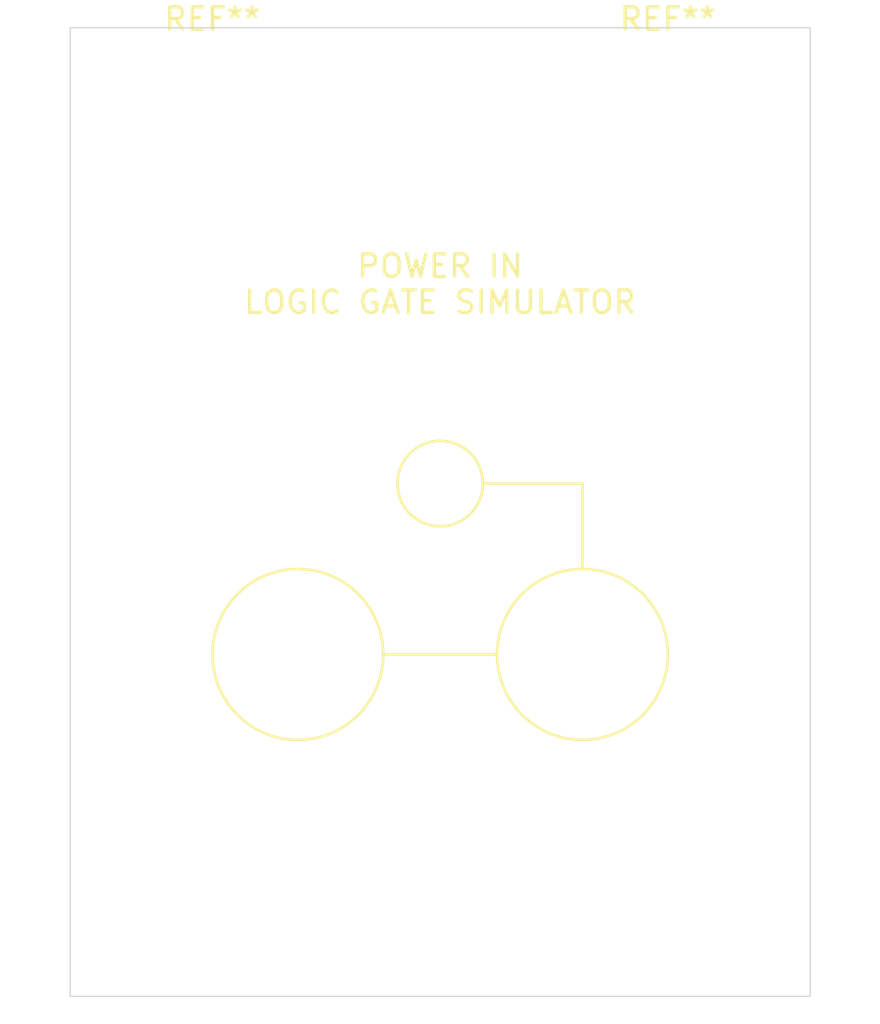
<source format=kicad_pcb>
(kicad_pcb (version 20171130) (host pcbnew "(5.1.9)-1")

  (general
    (thickness 1.6)
    (drawings 15)
    (tracks 0)
    (zones 0)
    (modules 7)
    (nets 1)
  )

  (page A4)
  (layers
    (0 F.Cu signal)
    (31 B.Cu signal)
    (32 B.Adhes user)
    (33 F.Adhes user)
    (34 B.Paste user)
    (35 F.Paste user)
    (36 B.SilkS user)
    (37 F.SilkS user)
    (38 B.Mask user)
    (39 F.Mask user)
    (40 Dwgs.User user)
    (41 Cmts.User user)
    (42 Eco1.User user)
    (43 Eco2.User user)
    (44 Edge.Cuts user)
    (45 Margin user)
    (46 B.CrtYd user)
    (47 F.CrtYd user)
    (48 B.Fab user)
    (49 F.Fab user)
  )

  (setup
    (last_trace_width 0.25)
    (trace_clearance 0.2)
    (zone_clearance 0.508)
    (zone_45_only no)
    (trace_min 0.2)
    (via_size 0.8)
    (via_drill 0.4)
    (via_min_size 0.4)
    (via_min_drill 0.3)
    (uvia_size 0.3)
    (uvia_drill 0.1)
    (uvias_allowed no)
    (uvia_min_size 0.2)
    (uvia_min_drill 0.1)
    (edge_width 0.05)
    (segment_width 0.2)
    (pcb_text_width 0.3)
    (pcb_text_size 1.5 1.5)
    (mod_edge_width 0.12)
    (mod_text_size 1 1)
    (mod_text_width 0.15)
    (pad_size 1.524 1.524)
    (pad_drill 0.762)
    (pad_to_mask_clearance 0)
    (aux_axis_origin 0 0)
    (visible_elements FFFFFF7F)
    (pcbplotparams
      (layerselection 0x010fc_ffffffff)
      (usegerberextensions false)
      (usegerberattributes true)
      (usegerberadvancedattributes true)
      (creategerberjobfile true)
      (excludeedgelayer true)
      (linewidth 0.100000)
      (plotframeref false)
      (viasonmask false)
      (mode 1)
      (useauxorigin false)
      (hpglpennumber 1)
      (hpglpenspeed 20)
      (hpglpendiameter 15.000000)
      (psnegative false)
      (psa4output false)
      (plotreference true)
      (plotvalue true)
      (plotinvisibletext false)
      (padsonsilk false)
      (subtractmaskfromsilk false)
      (outputformat 1)
      (mirror false)
      (drillshape 0)
      (scaleselection 1)
      (outputdirectory "Power In Front Panel"))
  )

  (net 0 "")

  (net_class Default "This is the default net class."
    (clearance 0.2)
    (trace_width 0.25)
    (via_dia 0.8)
    (via_drill 0.4)
    (uvia_dia 0.3)
    (uvia_drill 0.1)
  )

  (module Mounting_Holes:MountingHole_3mm (layer F.Cu) (tedit 56D1B4CB) (tstamp 603ECDD0)
    (at 115.57 88.9)
    (descr "Mounting Hole 3mm, no annular")
    (tags "mounting hole 3mm no annular")
    (attr virtual)
    (fp_text reference REF** (at 0 -4) (layer F.SilkS) hide
      (effects (font (size 1 1) (thickness 0.15)))
    )
    (fp_text value MountingHole_3mm (at 0 4) (layer F.Fab)
      (effects (font (size 1 1) (thickness 0.15)))
    )
    (fp_circle (center 0 0) (end 3.25 0) (layer F.CrtYd) (width 0.05))
    (fp_circle (center 0 0) (end 3 0) (layer Cmts.User) (width 0.15))
    (fp_text user %R (at 0.3 0) (layer F.Fab)
      (effects (font (size 1 1) (thickness 0.15)))
    )
    (pad 1 np_thru_hole circle (at 0 0) (size 3 3) (drill 3) (layers *.Cu *.Mask))
  )

  (module Mounting_Holes:MountingHole_6.4mm_M6 (layer F.Cu) (tedit 56D1B4CB) (tstamp 603ECD76)
    (at 109.22 96.52)
    (descr "Mounting Hole 6.4mm, no annular, M6")
    (tags "mounting hole 6.4mm no annular m6")
    (attr virtual)
    (fp_text reference REF** (at 0 -7.4) (layer F.SilkS) hide
      (effects (font (size 1 1) (thickness 0.15)))
    )
    (fp_text value MountingHole_6.4mm_M6 (at 0 7.4) (layer F.Fab)
      (effects (font (size 1 1) (thickness 0.15)))
    )
    (fp_circle (center 0 0) (end 6.65 0) (layer F.CrtYd) (width 0.05))
    (fp_circle (center 0 0) (end 6.4 0) (layer Cmts.User) (width 0.15))
    (fp_text user %R (at 0.3 0) (layer F.Fab)
      (effects (font (size 1 1) (thickness 0.15)))
    )
    (pad 1 np_thru_hole circle (at 0 0) (size 6.4 6.4) (drill 6.4) (layers *.Cu *.Mask))
  )

  (module Mounting_Holes:MountingHole_6.4mm_M6 (layer F.Cu) (tedit 56D1B4CB) (tstamp 603ECD4D)
    (at 121.92 96.52)
    (descr "Mounting Hole 6.4mm, no annular, M6")
    (tags "mounting hole 6.4mm no annular m6")
    (attr virtual)
    (fp_text reference REF** (at 0 -7.4) (layer F.SilkS) hide
      (effects (font (size 1 1) (thickness 0.15)))
    )
    (fp_text value MountingHole_6.4mm_M6 (at 0 7.4) (layer F.Fab)
      (effects (font (size 1 1) (thickness 0.15)))
    )
    (fp_circle (center 0 0) (end 6.65 0) (layer F.CrtYd) (width 0.05))
    (fp_circle (center 0 0) (end 6.4 0) (layer Cmts.User) (width 0.15))
    (fp_text user %R (at 0.3 0) (layer F.Fab)
      (effects (font (size 1 1) (thickness 0.15)))
    )
    (pad 1 np_thru_hole circle (at 0 0) (size 6.4 6.4) (drill 6.4) (layers *.Cu *.Mask))
  )

  (module Mounting_Holes:MountingHole_3.2mm_M3 (layer F.Cu) (tedit 56D1B4CB) (tstamp 603ECD06)
    (at 125.73 107.95)
    (descr "Mounting Hole 3.2mm, no annular, M3")
    (tags "mounting hole 3.2mm no annular m3")
    (attr virtual)
    (fp_text reference REF** (at 0 -4.2) (layer F.SilkS) hide
      (effects (font (size 1 1) (thickness 0.15)))
    )
    (fp_text value MountingHole_3.2mm_M3 (at 0 4.2) (layer F.Fab)
      (effects (font (size 1 1) (thickness 0.15)))
    )
    (fp_circle (center 0 0) (end 3.45 0) (layer F.CrtYd) (width 0.05))
    (fp_circle (center 0 0) (end 3.2 0) (layer Cmts.User) (width 0.15))
    (fp_text user %R (at 0.3 0) (layer F.Fab)
      (effects (font (size 1 1) (thickness 0.15)))
    )
    (pad 1 np_thru_hole circle (at 0 0) (size 3.2 3.2) (drill 3.2) (layers *.Cu *.Mask))
  )

  (module Mounting_Holes:MountingHole_3.2mm_M3 (layer F.Cu) (tedit 56D1B4CB) (tstamp 603ECD06)
    (at 105.41 107.95)
    (descr "Mounting Hole 3.2mm, no annular, M3")
    (tags "mounting hole 3.2mm no annular m3")
    (attr virtual)
    (fp_text reference REF** (at 0 -4.2) (layer F.SilkS) hide
      (effects (font (size 1 1) (thickness 0.15)))
    )
    (fp_text value MountingHole_3.2mm_M3 (at 0 4.2) (layer F.Fab)
      (effects (font (size 1 1) (thickness 0.15)))
    )
    (fp_circle (center 0 0) (end 3.45 0) (layer F.CrtYd) (width 0.05))
    (fp_circle (center 0 0) (end 3.2 0) (layer Cmts.User) (width 0.15))
    (fp_text user %R (at 0.3 0) (layer F.Fab)
      (effects (font (size 1 1) (thickness 0.15)))
    )
    (pad 1 np_thru_hole circle (at 0 0) (size 3.2 3.2) (drill 3.2) (layers *.Cu *.Mask))
  )

  (module Mounting_Holes:MountingHole_3.2mm_M3 (layer F.Cu) (tedit 56D1B4CB) (tstamp 603ECD06)
    (at 125.73 72.39)
    (descr "Mounting Hole 3.2mm, no annular, M3")
    (tags "mounting hole 3.2mm no annular m3")
    (attr virtual)
    (fp_text reference REF** (at 0 -4.2) (layer F.SilkS)
      (effects (font (size 1 1) (thickness 0.15)))
    )
    (fp_text value MountingHole_3.2mm_M3 (at 0 4.2) (layer F.Fab)
      (effects (font (size 1 1) (thickness 0.15)))
    )
    (fp_circle (center 0 0) (end 3.45 0) (layer F.CrtYd) (width 0.05))
    (fp_circle (center 0 0) (end 3.2 0) (layer Cmts.User) (width 0.15))
    (fp_text user %R (at 0.3 0) (layer F.Fab)
      (effects (font (size 1 1) (thickness 0.15)))
    )
    (pad 1 np_thru_hole circle (at 0 0) (size 3.2 3.2) (drill 3.2) (layers *.Cu *.Mask))
  )

  (module Mounting_Holes:MountingHole_3.2mm_M3 (layer F.Cu) (tedit 56D1B4CB) (tstamp 603ECCFE)
    (at 105.41 72.39)
    (descr "Mounting Hole 3.2mm, no annular, M3")
    (tags "mounting hole 3.2mm no annular m3")
    (attr virtual)
    (fp_text reference REF** (at 0 -4.2) (layer F.SilkS)
      (effects (font (size 1 1) (thickness 0.15)))
    )
    (fp_text value MountingHole_3.2mm_M3 (at 0 4.2) (layer F.Fab)
      (effects (font (size 1 1) (thickness 0.15)))
    )
    (fp_circle (center 0 0) (end 3.45 0) (layer F.CrtYd) (width 0.05))
    (fp_circle (center 0 0) (end 3.2 0) (layer Cmts.User) (width 0.15))
    (fp_text user %R (at 0.3 0) (layer F.Fab)
      (effects (font (size 1 1) (thickness 0.15)))
    )
    (pad 1 np_thru_hole circle (at 0 0) (size 3.2 3.2) (drill 3.2) (layers *.Cu *.Mask))
  )

  (gr_line (start 121.92 88.9) (end 117.475 88.9) (layer F.SilkS) (width 0.12) (tstamp 603ECDED))
  (gr_line (start 121.92 92.71) (end 121.92 88.9) (layer F.SilkS) (width 0.12))
  (gr_line (start 113.03 96.52) (end 118.11 96.52) (layer F.SilkS) (width 0.12) (tstamp 603ECDEC))
  (gr_circle (center 115.57 88.9) (end 115.57 86.995) (layer F.SilkS) (width 0.12))
  (gr_circle (center 121.92 96.52) (end 121.92 92.71) (layer F.SilkS) (width 0.12))
  (gr_circle (center 109.22 96.52) (end 109.22 92.71) (layer F.SilkS) (width 0.12))
  (gr_text "POWER IN\nLOGIC GATE SIMULATOR" (at 115.57 80.01) (layer F.SilkS)
    (effects (font (size 1 1) (thickness 0.15)))
  )
  (gr_line (start 99.06 111.76) (end 99.06 68.58) (layer Edge.Cuts) (width 0.05) (tstamp 603ECB54))
  (gr_line (start 132.08 111.76) (end 99.06 111.76) (layer Edge.Cuts) (width 0.05))
  (gr_line (start 132.08 68.58) (end 132.08 111.76) (layer Edge.Cuts) (width 0.05))
  (gr_line (start 99.06 68.58) (end 132.08 68.58) (layer Edge.Cuts) (width 0.05))
  (gr_line (start 101.6 104.14) (end 101.6 76.2) (layer Dwgs.User) (width 0.15) (tstamp 603ECB48))
  (gr_line (start 129.54 104.14) (end 101.6 104.14) (layer Dwgs.User) (width 0.15))
  (gr_line (start 129.54 76.2) (end 129.54 104.14) (layer Dwgs.User) (width 0.15))
  (gr_line (start 101.6 76.2) (end 129.54 76.2) (layer Dwgs.User) (width 0.15))

)

</source>
